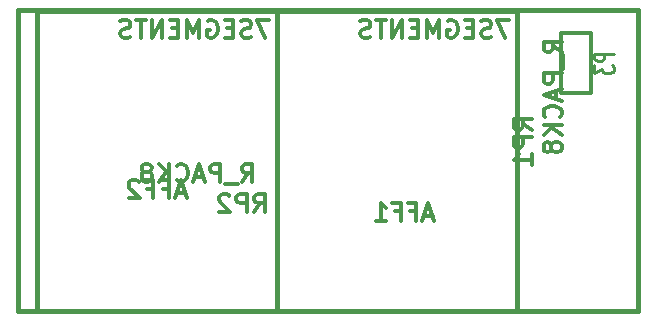
<source format=gbo>
G04 (created by PCBNEW-RS274X (2012-apr-16-27)-stable) date Thu 19 Jun 2014 09:24:34 AM PDT*
G01*
G70*
G90*
%MOIN*%
G04 Gerber Fmt 3.4, Leading zero omitted, Abs format*
%FSLAX34Y34*%
G04 APERTURE LIST*
%ADD10C,0.006000*%
%ADD11C,0.015000*%
%ADD12C,0.012000*%
%ADD13C,0.010700*%
G04 APERTURE END LIST*
G54D10*
G54D11*
X25787Y-05709D02*
X05118Y-05709D01*
X25787Y-15748D02*
X25787Y-05709D01*
X05118Y-15748D02*
X25787Y-15748D01*
X05118Y-05709D02*
X05118Y-15748D01*
X13750Y-15750D02*
X13750Y-05750D01*
X13750Y-05750D02*
X21750Y-05750D01*
X21750Y-05750D02*
X21750Y-15750D01*
X21750Y-15750D02*
X13750Y-15750D01*
X05750Y-15750D02*
X05750Y-05750D01*
X05750Y-05750D02*
X13750Y-05750D01*
X13750Y-05750D02*
X13750Y-15750D01*
X13750Y-15750D02*
X05750Y-15750D01*
G54D12*
X23220Y-08480D02*
X24220Y-08480D01*
X24220Y-08480D02*
X24220Y-06480D01*
X24220Y-06480D02*
X23220Y-06480D01*
X23220Y-06480D02*
X23220Y-08480D01*
X18942Y-12571D02*
X18656Y-12571D01*
X18999Y-12743D02*
X18799Y-12143D01*
X18599Y-12743D01*
X18199Y-12429D02*
X18399Y-12429D01*
X18399Y-12743D02*
X18399Y-12143D01*
X18113Y-12143D01*
X17685Y-12429D02*
X17885Y-12429D01*
X17885Y-12743D02*
X17885Y-12143D01*
X17599Y-12143D01*
X17057Y-12743D02*
X17400Y-12743D01*
X17228Y-12743D02*
X17228Y-12143D01*
X17285Y-12229D01*
X17343Y-12286D01*
X17400Y-12314D01*
X21499Y-06043D02*
X21099Y-06043D01*
X21356Y-06643D01*
X20900Y-06614D02*
X20814Y-06643D01*
X20671Y-06643D01*
X20614Y-06614D01*
X20585Y-06586D01*
X20557Y-06529D01*
X20557Y-06471D01*
X20585Y-06414D01*
X20614Y-06386D01*
X20671Y-06357D01*
X20785Y-06329D01*
X20843Y-06300D01*
X20871Y-06271D01*
X20900Y-06214D01*
X20900Y-06157D01*
X20871Y-06100D01*
X20843Y-06071D01*
X20785Y-06043D01*
X20643Y-06043D01*
X20557Y-06071D01*
X20300Y-06329D02*
X20100Y-06329D01*
X20014Y-06643D02*
X20300Y-06643D01*
X20300Y-06043D01*
X20014Y-06043D01*
X19443Y-06071D02*
X19500Y-06043D01*
X19586Y-06043D01*
X19671Y-06071D01*
X19729Y-06129D01*
X19757Y-06186D01*
X19786Y-06300D01*
X19786Y-06386D01*
X19757Y-06500D01*
X19729Y-06557D01*
X19671Y-06614D01*
X19586Y-06643D01*
X19529Y-06643D01*
X19443Y-06614D01*
X19414Y-06586D01*
X19414Y-06386D01*
X19529Y-06386D01*
X19157Y-06643D02*
X19157Y-06043D01*
X18957Y-06471D01*
X18757Y-06043D01*
X18757Y-06643D01*
X18471Y-06329D02*
X18271Y-06329D01*
X18185Y-06643D02*
X18471Y-06643D01*
X18471Y-06043D01*
X18185Y-06043D01*
X17928Y-06643D02*
X17928Y-06043D01*
X17585Y-06643D01*
X17585Y-06043D01*
X17385Y-06043D02*
X17042Y-06043D01*
X17213Y-06643D02*
X17213Y-06043D01*
X16871Y-06614D02*
X16785Y-06643D01*
X16642Y-06643D01*
X16585Y-06614D01*
X16556Y-06586D01*
X16528Y-06529D01*
X16528Y-06471D01*
X16556Y-06414D01*
X16585Y-06386D01*
X16642Y-06357D01*
X16756Y-06329D01*
X16814Y-06300D01*
X16842Y-06271D01*
X16871Y-06214D01*
X16871Y-06157D01*
X16842Y-06100D01*
X16814Y-06071D01*
X16756Y-06043D01*
X16614Y-06043D01*
X16528Y-06071D01*
X10692Y-11821D02*
X10406Y-11821D01*
X10749Y-11993D02*
X10549Y-11393D01*
X10349Y-11993D01*
X09949Y-11679D02*
X10149Y-11679D01*
X10149Y-11993D02*
X10149Y-11393D01*
X09863Y-11393D01*
X09435Y-11679D02*
X09635Y-11679D01*
X09635Y-11993D02*
X09635Y-11393D01*
X09349Y-11393D01*
X09150Y-11450D02*
X09121Y-11421D01*
X09064Y-11393D01*
X08921Y-11393D01*
X08864Y-11421D01*
X08835Y-11450D01*
X08807Y-11507D01*
X08807Y-11564D01*
X08835Y-11650D01*
X09178Y-11993D01*
X08807Y-11993D01*
X13499Y-06043D02*
X13099Y-06043D01*
X13356Y-06643D01*
X12900Y-06614D02*
X12814Y-06643D01*
X12671Y-06643D01*
X12614Y-06614D01*
X12585Y-06586D01*
X12557Y-06529D01*
X12557Y-06471D01*
X12585Y-06414D01*
X12614Y-06386D01*
X12671Y-06357D01*
X12785Y-06329D01*
X12843Y-06300D01*
X12871Y-06271D01*
X12900Y-06214D01*
X12900Y-06157D01*
X12871Y-06100D01*
X12843Y-06071D01*
X12785Y-06043D01*
X12643Y-06043D01*
X12557Y-06071D01*
X12300Y-06329D02*
X12100Y-06329D01*
X12014Y-06643D02*
X12300Y-06643D01*
X12300Y-06043D01*
X12014Y-06043D01*
X11443Y-06071D02*
X11500Y-06043D01*
X11586Y-06043D01*
X11671Y-06071D01*
X11729Y-06129D01*
X11757Y-06186D01*
X11786Y-06300D01*
X11786Y-06386D01*
X11757Y-06500D01*
X11729Y-06557D01*
X11671Y-06614D01*
X11586Y-06643D01*
X11529Y-06643D01*
X11443Y-06614D01*
X11414Y-06586D01*
X11414Y-06386D01*
X11529Y-06386D01*
X11157Y-06643D02*
X11157Y-06043D01*
X10957Y-06471D01*
X10757Y-06043D01*
X10757Y-06643D01*
X10471Y-06329D02*
X10271Y-06329D01*
X10185Y-06643D02*
X10471Y-06643D01*
X10471Y-06043D01*
X10185Y-06043D01*
X09928Y-06643D02*
X09928Y-06043D01*
X09585Y-06643D01*
X09585Y-06043D01*
X09385Y-06043D02*
X09042Y-06043D01*
X09213Y-06643D02*
X09213Y-06043D01*
X08871Y-06614D02*
X08785Y-06643D01*
X08642Y-06643D01*
X08585Y-06614D01*
X08556Y-06586D01*
X08528Y-06529D01*
X08528Y-06471D01*
X08556Y-06414D01*
X08585Y-06386D01*
X08642Y-06357D01*
X08756Y-06329D01*
X08814Y-06300D01*
X08842Y-06271D01*
X08871Y-06214D01*
X08871Y-06157D01*
X08842Y-06100D01*
X08814Y-06071D01*
X08756Y-06043D01*
X08614Y-06043D01*
X08528Y-06071D01*
X12999Y-12443D02*
X13199Y-12157D01*
X13342Y-12443D02*
X13342Y-11843D01*
X13114Y-11843D01*
X13056Y-11871D01*
X13028Y-11900D01*
X12999Y-11957D01*
X12999Y-12043D01*
X13028Y-12100D01*
X13056Y-12129D01*
X13114Y-12157D01*
X13342Y-12157D01*
X12742Y-12443D02*
X12742Y-11843D01*
X12514Y-11843D01*
X12456Y-11871D01*
X12428Y-11900D01*
X12399Y-11957D01*
X12399Y-12043D01*
X12428Y-12100D01*
X12456Y-12129D01*
X12514Y-12157D01*
X12742Y-12157D01*
X12171Y-11900D02*
X12142Y-11871D01*
X12085Y-11843D01*
X11942Y-11843D01*
X11885Y-11871D01*
X11856Y-11900D01*
X11828Y-11957D01*
X11828Y-12014D01*
X11856Y-12100D01*
X12199Y-12443D01*
X11828Y-12443D01*
X12585Y-11443D02*
X12785Y-11157D01*
X12928Y-11443D02*
X12928Y-10843D01*
X12700Y-10843D01*
X12642Y-10871D01*
X12614Y-10900D01*
X12585Y-10957D01*
X12585Y-11043D01*
X12614Y-11100D01*
X12642Y-11129D01*
X12700Y-11157D01*
X12928Y-11157D01*
X12471Y-11500D02*
X12014Y-11500D01*
X11871Y-11443D02*
X11871Y-10843D01*
X11643Y-10843D01*
X11585Y-10871D01*
X11557Y-10900D01*
X11528Y-10957D01*
X11528Y-11043D01*
X11557Y-11100D01*
X11585Y-11129D01*
X11643Y-11157D01*
X11871Y-11157D01*
X11300Y-11271D02*
X11014Y-11271D01*
X11357Y-11443D02*
X11157Y-10843D01*
X10957Y-11443D01*
X10414Y-11386D02*
X10443Y-11414D01*
X10529Y-11443D01*
X10586Y-11443D01*
X10671Y-11414D01*
X10729Y-11357D01*
X10757Y-11300D01*
X10786Y-11186D01*
X10786Y-11100D01*
X10757Y-10986D01*
X10729Y-10929D01*
X10671Y-10871D01*
X10586Y-10843D01*
X10529Y-10843D01*
X10443Y-10871D01*
X10414Y-10900D01*
X10157Y-11443D02*
X10157Y-10843D01*
X09814Y-11443D02*
X10071Y-11100D01*
X09814Y-10843D02*
X10157Y-11186D01*
X09471Y-11100D02*
X09529Y-11071D01*
X09557Y-11043D01*
X09586Y-10986D01*
X09586Y-10957D01*
X09557Y-10900D01*
X09529Y-10871D01*
X09471Y-10843D01*
X09357Y-10843D01*
X09300Y-10871D01*
X09271Y-10900D01*
X09243Y-10957D01*
X09243Y-10986D01*
X09271Y-11043D01*
X09300Y-11071D01*
X09357Y-11100D01*
X09471Y-11100D01*
X09529Y-11129D01*
X09557Y-11157D01*
X09586Y-11214D01*
X09586Y-11329D01*
X09557Y-11386D01*
X09529Y-11414D01*
X09471Y-11443D01*
X09357Y-11443D01*
X09300Y-11414D01*
X09271Y-11386D01*
X09243Y-11329D01*
X09243Y-11214D01*
X09271Y-11157D01*
X09300Y-11129D01*
X09357Y-11100D01*
X22243Y-09701D02*
X21957Y-09501D01*
X22243Y-09358D02*
X21643Y-09358D01*
X21643Y-09586D01*
X21671Y-09644D01*
X21700Y-09672D01*
X21757Y-09701D01*
X21843Y-09701D01*
X21900Y-09672D01*
X21929Y-09644D01*
X21957Y-09586D01*
X21957Y-09358D01*
X22243Y-09958D02*
X21643Y-09958D01*
X21643Y-10186D01*
X21671Y-10244D01*
X21700Y-10272D01*
X21757Y-10301D01*
X21843Y-10301D01*
X21900Y-10272D01*
X21929Y-10244D01*
X21957Y-10186D01*
X21957Y-09958D01*
X22243Y-10872D02*
X22243Y-10529D01*
X22243Y-10701D02*
X21643Y-10701D01*
X21729Y-10644D01*
X21786Y-10586D01*
X21814Y-10529D01*
X23243Y-07115D02*
X22957Y-06915D01*
X23243Y-06772D02*
X22643Y-06772D01*
X22643Y-07000D01*
X22671Y-07058D01*
X22700Y-07086D01*
X22757Y-07115D01*
X22843Y-07115D01*
X22900Y-07086D01*
X22929Y-07058D01*
X22957Y-07000D01*
X22957Y-06772D01*
X23300Y-07229D02*
X23300Y-07686D01*
X23243Y-07829D02*
X22643Y-07829D01*
X22643Y-08057D01*
X22671Y-08115D01*
X22700Y-08143D01*
X22757Y-08172D01*
X22843Y-08172D01*
X22900Y-08143D01*
X22929Y-08115D01*
X22957Y-08057D01*
X22957Y-07829D01*
X23071Y-08400D02*
X23071Y-08686D01*
X23243Y-08343D02*
X22643Y-08543D01*
X23243Y-08743D01*
X23186Y-09286D02*
X23214Y-09257D01*
X23243Y-09171D01*
X23243Y-09114D01*
X23214Y-09029D01*
X23157Y-08971D01*
X23100Y-08943D01*
X22986Y-08914D01*
X22900Y-08914D01*
X22786Y-08943D01*
X22729Y-08971D01*
X22671Y-09029D01*
X22643Y-09114D01*
X22643Y-09171D01*
X22671Y-09257D01*
X22700Y-09286D01*
X23243Y-09543D02*
X22643Y-09543D01*
X23243Y-09886D02*
X22900Y-09629D01*
X22643Y-09886D02*
X22986Y-09543D01*
X22900Y-10229D02*
X22871Y-10171D01*
X22843Y-10143D01*
X22786Y-10114D01*
X22757Y-10114D01*
X22700Y-10143D01*
X22671Y-10171D01*
X22643Y-10229D01*
X22643Y-10343D01*
X22671Y-10400D01*
X22700Y-10429D01*
X22757Y-10457D01*
X22786Y-10457D01*
X22843Y-10429D01*
X22871Y-10400D01*
X22900Y-10343D01*
X22900Y-10229D01*
X22929Y-10171D01*
X22957Y-10143D01*
X23014Y-10114D01*
X23129Y-10114D01*
X23186Y-10143D01*
X23214Y-10171D01*
X23243Y-10229D01*
X23243Y-10343D01*
X23214Y-10400D01*
X23186Y-10429D01*
X23129Y-10457D01*
X23014Y-10457D01*
X22957Y-10429D01*
X22929Y-10400D01*
X22900Y-10343D01*
G54D13*
X24995Y-07164D02*
X24314Y-07164D01*
X24314Y-07327D01*
X24347Y-07368D01*
X24379Y-07388D01*
X24444Y-07408D01*
X24541Y-07408D01*
X24606Y-07388D01*
X24638Y-07368D01*
X24671Y-07327D01*
X24671Y-07164D01*
X24314Y-07551D02*
X24314Y-07816D01*
X24574Y-07673D01*
X24574Y-07735D01*
X24606Y-07775D01*
X24638Y-07796D01*
X24703Y-07816D01*
X24865Y-07816D01*
X24930Y-07796D01*
X24963Y-07775D01*
X24995Y-07735D01*
X24995Y-07612D01*
X24963Y-07572D01*
X24930Y-07551D01*
M02*

</source>
